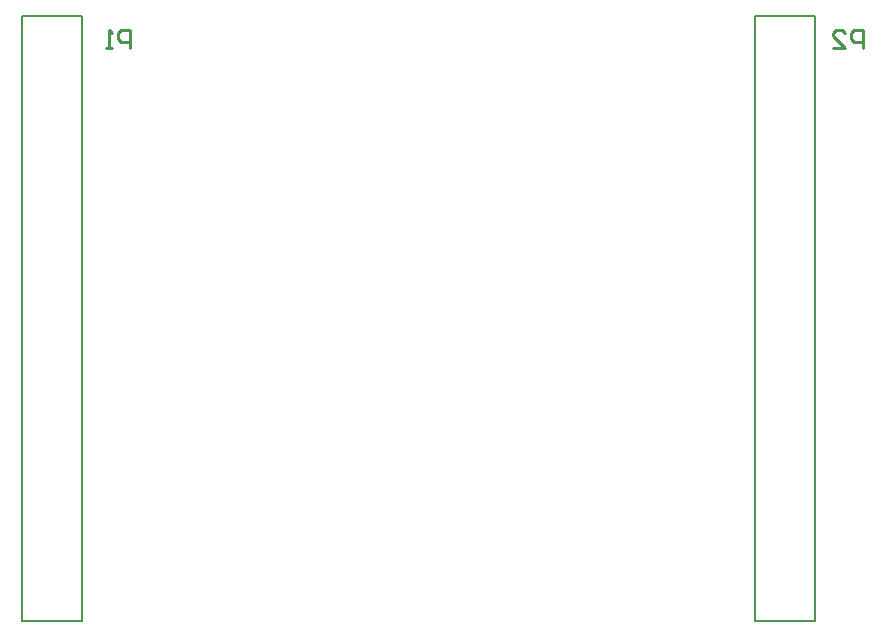
<source format=gbo>
G04 Layer_Color=13813960*
%FSLAX24Y24*%
%MOIN*%
G70*
G01*
G75*
%ADD18C,0.0100*%
%ADD36C,0.0079*%
D18*
X38533Y32673D02*
Y33273D01*
X38233D01*
X38133Y33173D01*
Y32973D01*
X38233Y32873D01*
X38533D01*
X37533Y32673D02*
X37933D01*
X37533Y33073D01*
Y33173D01*
X37633Y33273D01*
X37833D01*
X37933Y33173D01*
X14124Y32673D02*
Y33273D01*
X13824D01*
X13724Y33173D01*
Y32973D01*
X13824Y32873D01*
X14124D01*
X13524Y32673D02*
X13324D01*
X13424D01*
Y33273D01*
X13524Y33173D01*
D36*
X36933Y13598D02*
Y33748D01*
X34933Y13598D02*
X36933D01*
X34933D02*
Y33748D01*
X36933D01*
X12524Y13598D02*
Y33748D01*
X10524Y13598D02*
X12524D01*
X10524D02*
Y33748D01*
X12524D01*
M02*

</source>
